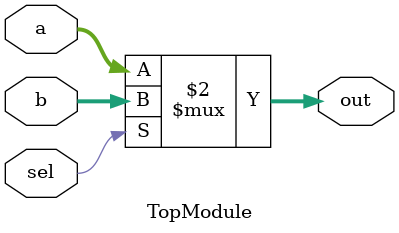
<source format=sv>
module TopModule (
    input        sel,
    input  [7:0] a,
    input  [7:0] b,
    output [7:0] out
);

    assign out = (sel == 1'b0) ? a : b;

endmodule
</source>
